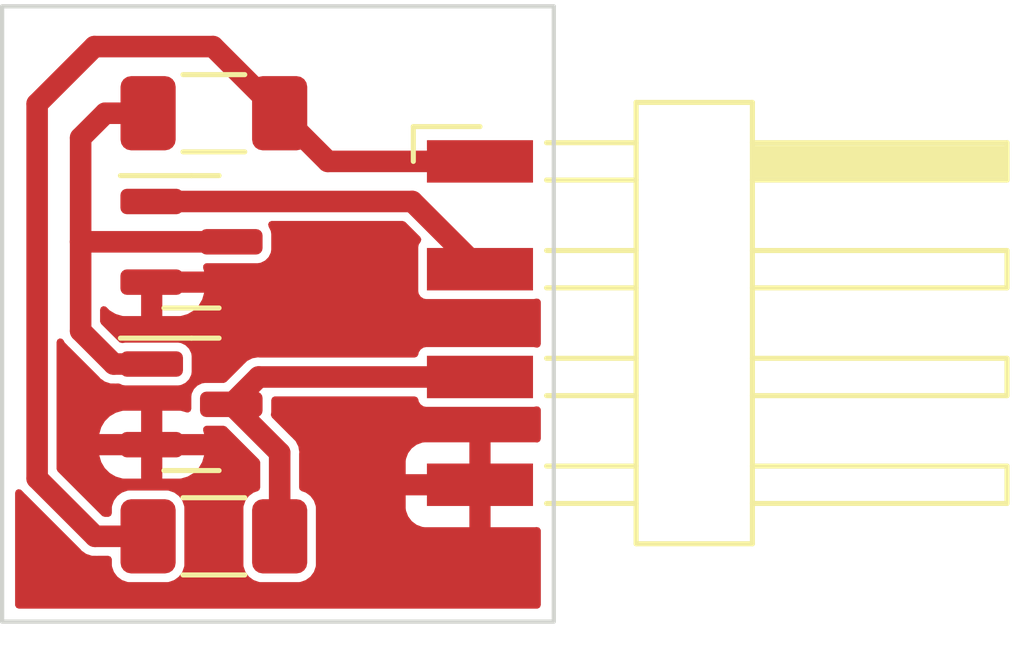
<source format=kicad_pcb>
(kicad_pcb (version 20221018) (generator pcbnew)
  (layers (0 "F.Cu" signal) (31 "B.Cu" signal) (34 "B.Paste" user) (35 "F.Paste" user) (36 "B.SilkS" user "B.Silkscreen") (37 "F.SilkS" user "F.Silkscreen") (38 "B.Mask" user) (39 "F.Mask" user) (44 "Edge.Cuts" user))
  (net 0 "")
  (net 1 "GND")
  (net 2 "/SIN")
  (net 3 "+5V")
  (net 4 "/SOUT")
  (net 5 "Net-(Q1-G)")
  (footprint "Package_TO_SOT_SMD:SOT-23" (layer "F.Cu") (at 152.6225 78.078621)
    (fp_text reference "Q1" hide)
    (fp_text value "DMN2056U")
    (fp_line (start 0 -1.56) (end -1.675 -1.56) (stroke (width 0.12)) (layer "F.SilkS"))
    (fp_line (start 0 -1.56) (end 0.65 -1.56) (stroke (width 0.12)) (layer "F.SilkS"))
    (fp_line (start 0 1.56) (end -0.65 1.56) (stroke (width 0.12)) (layer "F.SilkS"))
    (fp_line (start 0 1.56) (end 0.65 1.56) (stroke (width 0.12)) (layer "F.SilkS"))
    (pad "1" smd roundrect (at -0.9375 -0.95) (size 1.475 0.6) (layers "F.Cu" "F.Paste" "F.Mask") (net 5 "Net-(Q1-G)"))
    (pad "2" smd roundrect (at -0.9375 0.95) (size 1.475 0.6) (layers "F.Cu" "F.Paste" "F.Mask") (net 1 "GND"))
    (pad "3" smd roundrect (at 0.9375 0) (size 1.475 0.6) (layers "F.Cu" "F.Paste" "F.Mask") (net 4 "/SOUT"))
  )
  (footprint "Resistor_SMD:R_1206_3216Metric_Pad1.30x1.75mm_HandSolder" (layer "F.Cu") (at 153.15 81.188621)
    (fp_text reference "R2" hide)
    (fp_text value "10K")
    (fp_line (start -0.727064 -0.91) (end 0.727064 -0.91) (stroke (width 0.12)) (layer "F.SilkS"))
    (fp_line (start -0.727064 0.91) (end 0.727064 0.91) (stroke (width 0.12)) (layer "F.SilkS"))
    (pad "1" smd roundrect (at -1.55 0) (size 1.3 1.75) (layers "F.Cu" "F.Paste" "F.Mask") (roundrect_rratio 0.1923076923) (net 3 "+5V"))
    (pad "2" smd roundrect (at 1.55 0) (size 1.3 1.75) (layers "F.Cu" "F.Paste" "F.Mask") (roundrect_rratio 0.1923076923) (net 4 "/SOUT"))
  )
  (footprint "Connector_Harwin:Harwin_M20-89004xx_1x04_P2.54mm_Horizontal" (layer "F.Cu") (at 164.945 76.163621)
    (fp_text reference "J1" hide)
    (fp_text value "Conn_01x04_Pin")
    (fp_line (start -7.095 -4.63) (end -5.525 -4.63) (stroke (width 0.12)) (layer "F.SilkS"))
    (fp_line (start -7.095 -3.81) (end -7.095 -4.63) (stroke (width 0.12)) (layer "F.SilkS"))
    (fp_line (start -3.955 -4.25) (end -1.845 -4.25) (stroke (width 0.12)) (layer "F.SilkS"))
    (fp_line (start -3.955 -3.37) (end -1.845 -3.37) (stroke (width 0.12)) (layer "F.SilkS"))
    (fp_line (start -3.955 -1.71) (end -1.845 -1.71) (stroke (width 0.12)) (layer "F.SilkS"))
    (fp_line (start -3.955 -0.83) (end -1.845 -0.83) (stroke (width 0.12)) (layer "F.SilkS"))
    (fp_line (start -3.955 0.83) (end -1.845 0.83) (stroke (width 0.12)) (layer "F.SilkS"))
    (fp_line (start -3.955 1.71) (end -1.845 1.71) (stroke (width 0.12)) (layer "F.SilkS"))
    (fp_line (start -3.955 3.37) (end -1.845 3.37) (stroke (width 0.12)) (layer "F.SilkS"))
    (fp_line (start -3.955 4.25) (end -1.845 4.25) (stroke (width 0.12)) (layer "F.SilkS"))
    (fp_line (start -1.845 -5.2) (end 0.895 -5.2) (stroke (width 0.12)) (layer "F.SilkS"))
    (fp_line (start -1.845 5.2) (end -1.845 -5.2) (stroke (width 0.12)) (layer "F.SilkS"))
    (fp_line (start 0.895 -5.2) (end 0.895 5.2) (stroke (width 0.12)) (layer "F.SilkS"))
    (fp_line (start 0.895 -4.25) (end 6.895 -4.25) (stroke (width 0.12)) (layer "F.SilkS"))
    (fp_line (start 0.895 -1.71) (end 6.895 -1.71) (stroke (width 0.12)) (layer "F.SilkS"))
    (fp_line (start 0.895 0.83) (end 6.895 0.83) (stroke (width 0.12)) (layer "F.SilkS"))
    (fp_line (start 0.895 3.37) (end 6.895 3.37) (stroke (width 0.12)) (layer "F.SilkS"))
    (fp_line (start 0.895 5.2) (end -1.845 5.2) (stroke (width 0.12)) (layer "F.SilkS"))
    (fp_line (start 6.895 -4.25) (end 6.895 -3.37) (stroke (width 0.12)) (layer "F.SilkS"))
    (fp_line (start 6.895 -3.37) (end 0.895 -3.37) (stroke (width 0.12)) (layer "F.SilkS"))
    (fp_line (start 6.895 -1.71) (end 6.895 -0.83) (stroke (width 0.12)) (layer "F.SilkS"))
    (fp_line (start 6.895 -0.83) (end 0.895 -0.83) (stroke (width 0.12)) (layer "F.SilkS"))
    (fp_line (start 6.895 0.83) (end 6.895 1.71) (stroke (width 0.12)) (layer "F.SilkS"))
    (fp_line (start 6.895 1.71) (end 0.895 1.71) (stroke (width 0.12)) (layer "F.SilkS"))
    (fp_line (start 6.895 3.37) (end 6.895 4.25) (stroke (width 0.12)) (layer "F.SilkS"))
    (fp_line (start 6.895 4.25) (end 0.895 4.25) (stroke (width 0.12)) (layer "F.SilkS"))
    (pad "" smd rect (at 3.895 -3.81) (size 6 0.76) (layers "F.SilkS"))
    (pad "1" smd rect (at -5.525 -3.81) (size 2.5 1) (layers "F.Cu" "F.Paste" "F.Mask") (net 3 "+5V"))
    (pad "2" smd rect (at -5.525 -1.27) (size 2.5 1) (layers "F.Cu" "F.Paste" "F.Mask") (net 2 "/SIN"))
    (pad "3" smd rect (at -5.525 1.27) (size 2.5 1) (layers "F.Cu" "F.Paste" "F.Mask") (net 4 "/SOUT"))
    (pad "4" smd rect (at -5.525 3.81) (size 2.5 1) (layers "F.Cu" "F.Paste" "F.Mask") (net 1 "GND"))
  )
  (footprint "Package_TO_SOT_SMD:SOT-23" (layer "F.Cu") (at 152.6225 74.248621)
    (fp_text reference "Q2" hide)
    (fp_text value "DMN2056U")
    (fp_line (start 0 -1.56) (end -1.675 -1.56) (stroke (width 0.12)) (layer "F.SilkS"))
    (fp_line (start 0 -1.56) (end 0.65 -1.56) (stroke (width 0.12)) (layer "F.SilkS"))
    (fp_line (start 0 1.56) (end -0.65 1.56) (stroke (width 0.12)) (layer "F.SilkS"))
    (fp_line (start 0 1.56) (end 0.65 1.56) (stroke (width 0.12)) (layer "F.SilkS"))
    (pad "1" smd roundrect (at -0.9375 -0.95) (size 1.475 0.6) (layers "F.Cu" "F.Paste" "F.Mask") (net 2 "/SIN"))
    (pad "2" smd roundrect (at -0.9375 0.95) (size 1.475 0.6) (layers "F.Cu" "F.Paste" "F.Mask") (net 1 "GND"))
    (pad "3" smd roundrect (at 0.9375 0) (size 1.475 0.6) (layers "F.Cu" "F.Paste" "F.Mask") (net 5 "Net-(Q1-G)"))
  )
  (footprint "Resistor_SMD:R_1206_3216Metric_Pad1.30x1.75mm_HandSolder" (layer "F.Cu") (at 153.15 71.218621 180)
    (fp_text reference "R1" hide)
    (fp_text value "10K")
    (fp_line (start -0.727064 -0.91) (end 0.727064 -0.91) (stroke (width 0.12)) (layer "F.SilkS"))
    (fp_line (start -0.727064 0.91) (end 0.727064 0.91) (stroke (width 0.12)) (layer "F.SilkS"))
    (pad "1" smd roundrect (at -1.55 0 180) (size 1.3 1.75) (layers "F.Cu" "F.Paste" "F.Mask") (roundrect_rratio 0.1923076923) (net 3 "+5V"))
    (pad "2" smd roundrect (at 1.55 0 180) (size 1.3 1.75) (layers "F.Cu" "F.Paste" "F.Mask") (roundrect_rratio 0.1923076923) (net 5 "Net-(Q1-G)"))
  )
  (gr_rect (start 148.16 68.698621) (end 161.16 83.198621) (stroke (width 0.1)) (fill none) (layer "Edge.Cuts"))
  (segment (start 157.825 73.298621) (end 159.42 74.893621) (width 0.508) (layer "F.Cu") (net 2))
  (segment (start 151.685 73.298621) (end 157.825 73.298621) (width 0.508) (layer "F.Cu") (net 2))
  (segment (start 148.985 79.823621) (end 150.35 81.188621) (width 0.508) (layer "F.Cu") (net 3))
  (segment (start 155.835 72.353621) (end 159.42 72.353621) (width 0.508) (layer "F.Cu") (net 3))
  (segment (start 150.335 69.648621) (end 148.985 70.998621) (width 0.508) (layer "F.Cu") (net 3))
  (segment (start 154.7 71.218621) (end 153.13 69.648621) (width 0.508) (layer "F.Cu") (net 3))
  (segment (start 153.13 69.648621) (end 150.335 69.648621) (width 0.508) (layer "F.Cu") (net 3))
  (segment (start 154.7 71.218621) (end 155.835 72.353621) (width 0.508) (layer "F.Cu") (net 3))
  (segment (start 148.985 70.998621) (end 148.985 79.823621) (width 0.508) (layer "F.Cu") (net 3))
  (segment (start 150.35 81.188621) (end 151.6 81.188621) (width 0.508) (layer "F.Cu") (net 3))
  (segment (start 154.7 79.218621) (end 153.56 78.078621) (width 0.508) (layer "F.Cu") (net 4))
  (segment (start 154.205 77.433621) (end 159.42 77.433621) (width 0.508) (layer "F.Cu") (net 4))
  (segment (start 154.7 81.188621) (end 154.7 79.218621) (width 0.508) (layer "F.Cu") (net 4))
  (segment (start 153.56 78.078621) (end 154.205 77.433621) (width 0.508) (layer "F.Cu") (net 4))
  (segment (start 150.01 76.348621) (end 150.79 77.128621) (width 0.508) (layer "F.Cu") (net 5))
  (segment (start 151.6 71.218621) (end 150.59 71.218621) (width 0.508) (layer "F.Cu") (net 5))
  (segment (start 150.01 74.248621) (end 150.01 76.348621) (width 0.508) (layer "F.Cu") (net 5))
  (segment (start 150.59 71.218621) (end 150.01 71.798621) (width 0.508) (layer "F.Cu") (net 5))
  (segment (start 150.79 77.128621) (end 151.685 77.128621) (width 0.508) (layer "F.Cu") (net 5))
  (segment (start 150.01 71.798621) (end 150.01 74.248621) (width 0.508) (layer "F.Cu") (net 5))
  (segment (start 153.56 74.248621) (end 150.01 74.248621) (width 0.508) (layer "F.Cu") (net 5))
  (zone (net 1) (net_name "GND") (layer "F.Cu") (connect_pads (clearance 0.2032)) (min_thickness 0.1778) (fill yes (thermal_gap 0.5) (thermal_bridge_width 0.5))
    (polygon (pts (xy 148.16 68.698621) (xy 161.16 68.698621) (xy 161.16 83.198621) (xy 148.16 83.198621)))
  )
)
</source>
